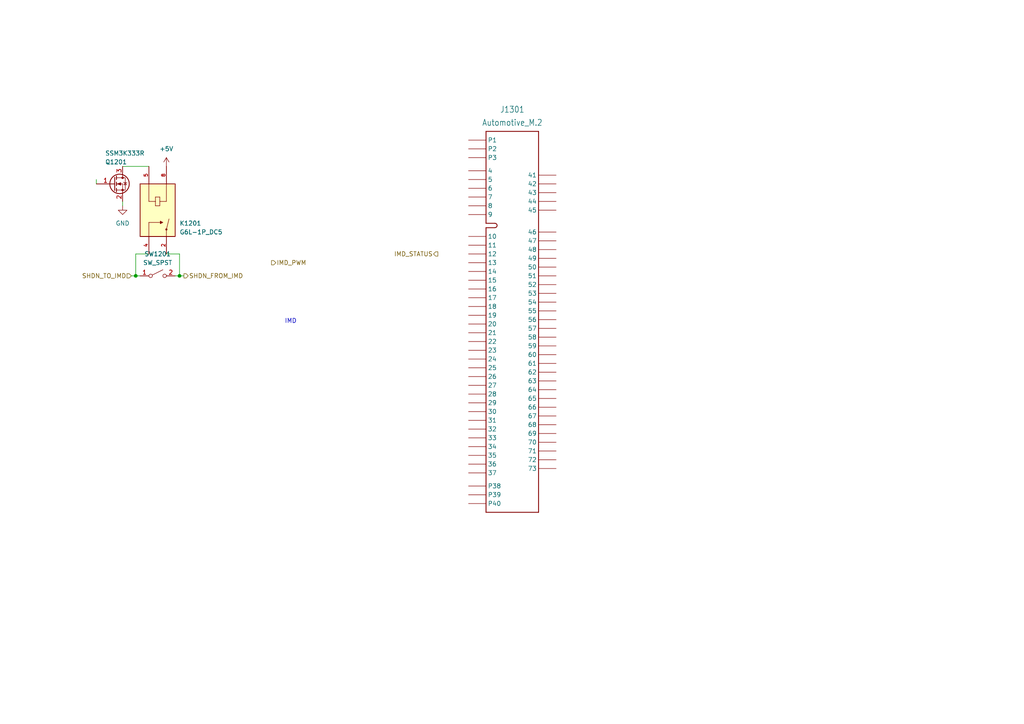
<source format=kicad_sch>
(kicad_sch (version 20211123) (generator eeschema)
  (paper "A4")
  (lib_symbols
    (symbol "G6L-1P_DC5_2" (pin_names (offset 1.016))
      (property "Reference" "K" (at -7.62 6.35 0))
      (property "Value" "G6L-1P_DC5_2" (at -7.62 -7.62 0))
      (symbol "G6L-1P_DC5_2_0_0"
        (rectangle (start -7.62 -5.08) (end 7.62 5.08) (stroke (width 0.254)) (fill (type background)))
        (polyline (pts (xy -7.62 -2.54) (xy -2.54 -2.54)) (stroke (width 0.1524)))
        (polyline (pts (xy -7.62 2.54) (xy -2.54 2.54)) (stroke (width 0.1524)))
        (polyline (pts (xy -3.81 -0.635) (xy -3.81 0.635)) (stroke (width 0.1524)))
        (polyline (pts (xy -3.81 0.635) (xy -2.54 0.635)) (stroke (width 0.1524)))
        (polyline (pts (xy -2.54 -0.635) (xy -3.81 -0.635)) (stroke (width 0.1524)))
        (polyline (pts (xy -2.54 -0.635) (xy -2.54 -2.54)) (stroke (width 0.1524)))
        (polyline (pts (xy -2.54 0.635) (xy -1.27 0.635)) (stroke (width 0.1524)))
        (polyline (pts (xy -2.54 2.54) (xy -2.54 0.635)) (stroke (width 0.1524)))
        (polyline (pts (xy -1.27 -0.635) (xy -2.54 -0.635)) (stroke (width 0.1524)))
        (polyline (pts (xy -1.27 0.635) (xy -1.27 -0.635)) (stroke (width 0.1524)))
        (polyline (pts (xy 3.556 -2.54) (xy 3.556 0.762)) (stroke (width 0.1524)))
        (polyline (pts (xy 5.588 2.54) (xy 2.54 3.302)) (stroke (width 0.1524)))
        (polyline (pts (xy 7.62 -2.54) (xy 3.556 -2.54)) (stroke (width 0.1524)))
        (polyline (pts (xy 7.62 2.54) (xy 5.588 2.54)) (stroke (width 0.1524)))
        (polyline (pts (xy 3.175 0.762) (xy 3.937 0.762) (xy 3.556 1.524) (xy 3.175 0.762)) (stroke (width 0.1524)) (fill (type outline)))
        (circle (center 5.588 2.54) (radius 0.1524) (stroke (width 0.3048)))
        (pin passive line (at 12.7 2.54 180) (length 5.08) (name "~") (number "2"))
        (pin passive line (at 12.7 -2.54 180) (length 5.08) (name "~") (number "4"))
        (pin passive line (at -12.7 -2.54 0) (length 5.08) (name "~") (number "5"))
        (pin passive line (at -12.7 2.54 0) (length 5.08) (name "~") (number "8"))
      )
    )
    (symbol "Switch:SW_SPST" (pin_names (offset 0) hide)
      (property "Reference" "SW" (at 0 3.175 0))
      (property "Value" "SW_SPST" (at 0 -2.54 0))
      (symbol "SW_SPST_0_0"
        (circle (center -2.032 0) (radius 0.508))
        (polyline (pts (xy -1.524 0.254) (xy 1.524 1.778)))
        (circle (center 2.032 0) (radius 0.508))
      )
      (symbol "SW_SPST_1_1"
        (pin passive line (at -5.08 0 0) (length 2.54) (name "A") (number "1"))
        (pin passive line (at 5.08 0 180) (length 2.54) (name "B") (number "2"))
      )
    )
    (symbol "formula:Automotive_M.2"
      (property "Reference" "J?" (at 1.27 49.53 0))
      (property "Value" "Automotive_M.2" (at 7.62 45.72 0))
      (symbol "Automotive_M.2_0_1"
        (arc (start -5.0436 15.2415) (mid -4.4198 15.8765) (end -5.0436 16.5115) (stroke (width 0.25)))
        (polyline (pts (xy -7.62 15.24) (xy -5.08 15.24)) (stroke (width 0.25)))
        (polyline (pts (xy -7.62 16.51) (xy -5.08 16.51)) (stroke (width 0.25)))
        (polyline (pts (xy -7.62 43.18) (xy -7.62 16.51)) (stroke (width 0.25)))
        (polyline (pts (xy 7.62 -67.31) (xy -7.62 -67.31)) (stroke (width 0.25)))
      )
      (symbol "Automotive_M.2_1_0"
        (polyline (pts (xy -7.62 -67.31) (xy -7.62 15.24)) (stroke (width 0.254)))
        (polyline (pts (xy 7.62 43.18) (xy -7.62 43.18)) (stroke (width 0.254)))
        (polyline (pts (xy 7.62 43.18) (xy 7.62 -67.31)) (stroke (width 0.254)))
        (pin bidirectional line (at -12.7 12.7 0) (length 5.08) (name "10") (number "10"))
        (pin bidirectional line (at -12.7 10.16 0) (length 5.08) (name "11") (number "11"))
        (pin bidirectional line (at -12.7 7.62 0) (length 5.08) (name "12") (number "12"))
        (pin bidirectional line (at -12.7 5.08 0) (length 5.08) (name "13") (number "13"))
        (pin bidirectional line (at -12.7 2.54 0) (length 5.08) (name "14") (number "14"))
        (pin bidirectional line (at -12.7 0 0) (length 5.08) (name "15") (number "15"))
        (pin bidirectional line (at -12.7 -2.54 0) (length 5.08) (name "16") (number "16"))
        (pin bidirectional line (at -12.7 -5.08 0) (length 5.08) (name "17") (number "17"))
        (pin bidirectional line (at -12.7 -7.62 0) (length 5.08) (name "18") (number "18"))
        (pin bidirectional line (at -12.7 -10.16 0) (length 5.08) (name "19") (number "19"))
        (pin bidirectional line (at -12.7 -12.7 0) (length 5.08) (name "20") (number "20"))
        (pin bidirectional line (at -12.7 -15.24 0) (length 5.08) (name "21") (number "21"))
        (pin bidirectional line (at -12.7 -17.78 0) (length 5.08) (name "22") (number "22"))
        (pin bidirectional line (at -12.7 -20.32 0) (length 5.08) (name "23") (number "23"))
        (pin bidirectional line (at -12.7 -22.86 0) (length 5.08) (name "24") (number "24"))
        (pin bidirectional line (at -12.7 -25.4 0) (length 5.08) (name "25") (number "25"))
        (pin bidirectional line (at -12.7 -27.94 0) (length 5.08) (name "26") (number "26"))
        (pin bidirectional line (at -12.7 -30.48 0) (length 5.08) (name "27") (number "27"))
        (pin bidirectional line (at -12.7 -33.02 0) (length 5.08) (name "28") (number "28"))
        (pin bidirectional line (at -12.7 -35.56 0) (length 5.08) (name "29") (number "29"))
        (pin bidirectional line (at -12.7 -38.1 0) (length 5.08) (name "30") (number "30"))
        (pin bidirectional line (at -12.7 -40.64 0) (length 5.08) (name "31") (number "31"))
        (pin bidirectional line (at -12.7 -43.18 0) (length 5.08) (name "32") (number "32"))
        (pin bidirectional line (at -12.7 -45.72 0) (length 5.08) (name "33") (number "33"))
        (pin bidirectional line (at -12.7 -48.26 0) (length 5.08) (name "34") (number "34"))
        (pin bidirectional line (at -12.7 -50.8 0) (length 5.08) (name "35") (number "35"))
        (pin bidirectional line (at -12.7 -53.34 0) (length 5.08) (name "36") (number "36"))
        (pin bidirectional line (at -12.7 -55.88 0) (length 5.08) (name "37") (number "37"))
        (pin bidirectional line (at -12.7 31.75 0) (length 5.08) (name "4") (number "4"))
        (pin bidirectional line (at 12.7 30.48 180) (length 5.08) (name "41") (number "41"))
        (pin bidirectional line (at 12.7 27.94 180) (length 5.08) (name "42") (number "42"))
        (pin bidirectional line (at 12.7 25.4 180) (length 5.08) (name "43") (number "43"))
        (pin bidirectional line (at 12.7 22.86 180) (length 5.08) (name "44") (number "44"))
        (pin bidirectional line (at 12.7 20.32 180) (length 5.08) (name "45") (number "45"))
        (pin bidirectional line (at 12.7 13.97 180) (length 5.08) (name "46") (number "46"))
        (pin bidirectional line (at 12.7 11.43 180) (length 5.08) (name "47") (number "47"))
        (pin bidirectional line (at 12.7 8.89 180) (length 5.08) (name "48") (number "48"))
        (pin bidirectional line (at 12.7 6.35 180) (length 5.08) (name "49") (number "49"))
        (pin bidirectional line (at -12.7 29.21 0) (length 5.08) (name "5") (number "5"))
        (pin bidirectional line (at 12.7 3.81 180) (length 5.08) (name "50") (number "50"))
        (pin bidirectional line (at 12.7 1.27 180) (length 5.08) (name "51") (number "51"))
        (pin bidirectional line (at 12.7 -1.27 180) (length 5.08) (name "52") (number "52"))
        (pin bidirectional line (at 12.7 -3.81 180) (length 5.08) (name "53") (number "53"))
        (pin bidirectional line (at 12.7 -6.35 180) (length 5.08) (name "54") (number "54"))
        (pin bidirectional line (at 12.7 -8.89 180) (length 5.08) (name "55") (number "55"))
        (pin bidirectional line (at 12.7 -11.43 180) (length 5.08) (name "56") (number "56"))
        (pin bidirectional line (at 12.7 -13.97 180) (length 5.08) (name "57") (number "57"))
        (pin bidirectional line (at 12.7 -16.51 180) (length 5.08) (name "58") (number "58"))
        (pin bidirectional line (at 12.7 -19.05 180) (length 5.08) (name "59") (number "59"))
        (pin bidirectional line (at -12.7 26.67 0) (length 5.08) (name "6") (number "6"))
        (pin bidirectional line (at 12.7 -21.59 180) (length 5.08) (name "60") (number "60"))
        (pin bidirectional line (at 12.7 -24.13 180) (length 5.08) (name "61") (number "61"))
        (pin bidirectional line (at 12.7 -26.67 180) (length 5.08) (name "62") (number "62"))
        (pin bidirectional line (at 12.7 -29.21 180) (length 5.08) (name "63") (number "63"))
        (pin bidirectional line (at 12.7 -31.75 180) (length 5.08) (name "64") (number "64"))
        (pin bidirectional line (at 12.7 -34.29 180) (length 5.08) (name "65") (number "65"))
        (pin bidirectional line (at 12.7 -36.83 180) (length 5.08) (name "66") (number "66"))
        (pin bidirectional line (at 12.7 -39.37 180) (length 5.08) (name "67") (number "67"))
        (pin bidirectional line (at 12.7 -41.91 180) (length 5.08) (name "68") (number "68"))
        (pin bidirectional line (at 12.7 -44.45 180) (length 5.08) (name "69") (number "69"))
        (pin bidirectional line (at -12.7 24.13 0) (length 5.08) (name "7") (number "7"))
        (pin bidirectional line (at 12.7 -46.99 180) (length 5.08) (name "70") (number "70"))
        (pin bidirectional line (at 12.7 -49.53 180) (length 5.08) (name "71") (number "71"))
        (pin bidirectional line (at 12.7 -52.07 180) (length 5.08) (name "72") (number "72"))
        (pin bidirectional line (at 12.7 -54.61 180) (length 5.08) (name "73") (number "73"))
        (pin bidirectional line (at -12.7 21.59 0) (length 5.08) (name "8") (number "8"))
        (pin bidirectional line (at -12.7 19.05 0) (length 5.08) (name "9") (number "9"))
        (pin bidirectional line (at -12.7 40.64 0) (length 5.08) (name "P1") (number "P1"))
        (pin bidirectional line (at -12.7 38.1 0) (length 5.08) (name "P2") (number "P2"))
        (pin bidirectional line (at -12.7 35.56 0) (length 5.08) (name "P3") (number "P3"))
        (pin bidirectional line (at -12.7 -59.69 0) (length 5.08) (name "P38") (number "P38"))
        (pin bidirectional line (at -12.7 -62.23 0) (length 5.08) (name "P39") (number "P39"))
        (pin bidirectional line (at -12.7 -64.77 0) (length 5.08) (name "P40") (number "P40"))
      )
    )
    (symbol "formula:SSM3K333R" (pin_names (offset 0) hide)
      (property "Reference" "Q" (at 5.08 1.905 0))
      (property "Value" "SSM3K333R" (at 5.08 0 0))
      (symbol "SSM3K333R_0_1"
        (polyline (pts (xy 0.762 -1.778) (xy 2.54 -1.778)))
        (polyline (pts (xy 0.762 -1.27) (xy 0.762 -2.286)) (stroke (width 0.254)))
        (polyline (pts (xy 0.762 0) (xy 2.54 0)))
        (polyline (pts (xy 0.762 0.508) (xy 0.762 -0.508)) (stroke (width 0.254)))
        (polyline (pts (xy 0.762 1.778) (xy 2.54 1.778)))
        (polyline (pts (xy 0.762 2.286) (xy 0.762 1.27)) (stroke (width 0.254)))
        (polyline (pts (xy 2.54 -1.778) (xy 2.54 -2.54)))
        (polyline (pts (xy 2.54 -1.778) (xy 2.54 0)))
        (polyline (pts (xy 2.54 2.54) (xy 2.54 1.778)))
        (polyline (pts (xy 0.254 1.905) (xy 0.254 -1.905) (xy 0.254 -1.905)) (stroke (width 0.254)))
        (polyline (pts (xy 1.016 0) (xy 2.032 0.381) (xy 2.032 -0.381) (xy 1.016 0)) (fill (type outline)))
        (polyline (pts (xy 2.54 -1.778) (xy 3.302 -1.778) (xy 3.302 1.778) (xy 2.54 1.778)))
        (polyline (pts (xy 2.794 0.508) (xy 2.921 0.381) (xy 3.683 0.381) (xy 3.81 0.254)))
        (polyline (pts (xy 3.302 0.381) (xy 2.921 -0.254) (xy 3.683 -0.254) (xy 3.302 0.381)))
        (circle (center 1.651 0) (radius 2.8194) (stroke (width 0.254)))
        (circle (center 2.54 -1.778) (radius 0.2794) (fill (type outline)))
        (circle (center 2.54 1.778) (radius 0.2794) (fill (type outline)))
      )
      (symbol "SSM3K333R_1_1"
        (pin input line (at -5.08 0 0) (length 5.334) (name "G") (number "1"))
        (pin passive line (at 2.54 -5.08 90) (length 2.54) (name "S") (number "2"))
        (pin passive line (at 2.54 5.08 270) (length 2.54) (name "D") (number "3"))
      )
    )
    (symbol "power:+5V" (power) (pin_names (offset 0))
      (property "Value" "+5V" (at 0 3.556 0))
      (symbol "+5V_0_1"
        (polyline (pts (xy -0.762 1.27) (xy 0 2.54)))
        (polyline (pts (xy 0 0) (xy 0 2.54)))
        (polyline (pts (xy 0 2.54) (xy 0.762 1.27)))
      )
      (symbol "+5V_1_1"
        (pin power_in line (at 0 0 90) (length 0) hide (name "+5V") (number "1"))
      )
    )
    (symbol "power:GND" (power) (pin_names (offset 0))
      (property "Value" "GND" (at 0 -3.81 0))
      (symbol "GND_0_1"
        (polyline (pts (xy 0 0) (xy 0 -1.27) (xy 1.27 -1.27) (xy 0 -2.54) (xy -1.27 -1.27) (xy 0 -1.27)))
      )
      (symbol "GND_1_1"
        (pin power_in line (at 0 0 270) (length 0) hide (name "GND") (number "1"))
      )
    )
  )
  (junction (at 52.07 80.01))
  (junction (at 39.37 80.01))
  (wire (pts (xy 39.37 80.01) (xy 40.64 80.01)))
  (wire (pts (xy 50.8 80.01) (xy 52.07 80.01)))
  (wire (pts (xy 38.1 80.01) (xy 39.37 80.01)))
  (wire (pts (xy 52.07 80.01) (xy 53.34 80.01)))
  (wire (pts (xy 48.26 73.66) (xy 52.07 73.66)))
  (wire (pts (xy 35.56 48.26) (xy 43.18 48.26)))
  (wire (pts (xy 27.94 52.07) (xy 27.94 53.34)))
  (wire (pts (xy 52.07 73.66) (xy 52.07 80.01)))
  (wire (pts (xy 39.37 73.66) (xy 39.37 80.01)))
  (wire (pts (xy 35.56 58.42) (xy 35.56 59.69)))
  (wire (pts (xy 43.18 73.66) (xy 39.37 73.66)))
  (text "IMD" (at 82.55 93.98 0) (effects (font (size 1.27 1.27)) (justify left bottom)))
  (hierarchical_label "IMD_PWM" (shape output) (at 78.74 76.2 0))
  (hierarchical_label "SHDN_FROM_IMD" (shape output) (at 53.34 80.01 0))
  (hierarchical_label "SHDN_TO_IMD" (shape input) (at 38.1 80.01 180))
  (hierarchical_label "IMD_STATUS" (shape output) (at 127 73.66 180))
  (symbol (lib_id "formula:Automotive_M.2") (at 148.59 81.28 0) (unit 1)
    (property "Reference" "J1301" (at 148.59 31.75 0) (effects (font (size 1.778 1.5113))))
    (property "Value" "Automotive_M.2" (at 148.59 35.56 0) (effects (font (size 1.778 1.5113))))
    (property "Footprint" "footprints:Automotive_M.2" (effects hide))
  )
  (symbol (lib_id "power:+5V") (at 48.26 48.26 0) (unit 1)
    (property "Reference" "#PWR?" (effects hide))
    (property "Value" "+5V" (at 48.26 43.18 0))
  )
  (symbol (lib_id "power:GND") (at 35.56 59.69 0) (unit 1)
    (property "Reference" "#PWR?" (effects hide))
    (property "Value" "GND" (at 35.56 64.77 0))
  )
  (symbol (lib_id "Switch:SW_SPST") (at 45.72 80.01 0) (unit 1)
    (property "Reference" "SW1201" (at 45.72 73.66 0))
    (property "Value" "SW_SPST" (at 45.72 76.2 0))
    (property "Footprint" "footprints:SW_100SP1T1B4M2QE" (effects hide))
  )
  (symbol (lib_name "G6L-1P_DC5_2") (lib_id "formula:G6L-1P_DC5") (at 45.72 60.96 270) (unit 1)
    (property "Reference" "K1201" (at 52.07 64.77 90) (effects (justify left)))
    (property "Value" "G6L-1P_DC5" (at 52.07 67.31 90) (effects (justify left)))
    (property "Footprint" "footprints:RELAY_G6L-1P_DC5" (effects hide))
    (property "Datasheet" "https://media.digikey.com/pdf/Data%20Sheets/Omron%20PDFs/G6L.pdf" (effects hide))
    (property "PRICE" "None" (effects hide))
    (property "MP" "G6L-1P-DC24" (effects hide))
    (property "PACKAGE" "None" (effects hide))
    (property "AVAILABILITY" "Unavailable" (effects hide))
    (property "DESCRIPTION" "Telecom Relay SPST-NO (1 Form A) Through Hole" (effects hide))
    (property "MF" "Omron Electronics" (effects hide))
    (property "MPN" "G6L-1P-DC24" (effects hide))
    (property "Manufacturer" "Omron Electronics" (effects hide))
  )
  (symbol (lib_id "formula:SSM3K333R") (at 33.02 53.34 0) (unit 1)
    (property "Reference" "Q1201" (at 30.48 46.99 0) (effects (justify left)))
    (property "Value" "SSM3K333R" (at 30.48 44.45 0) (effects (justify left)))
    (property "Footprint" "footprints:SOT-23F" (effects hide))
    (property "Datasheet" "https://drive.google.com/drive/folders/0B-V-iZf33Y4GNzhDQTJZanJRbVk" (effects hide))
    (property "MFN" "DK" (effects hide))
    (property "MPN" "SSM3K333RLFCT-ND" (effects hide))
    (property "PurchasingLink" "https://www.digikey.com/product-detail/en/toshiba-semiconductor-and-storage/SSM3K333RLF/SSM3K333RLFCT-ND/3522391" (effects hide))
  )
)
</source>
